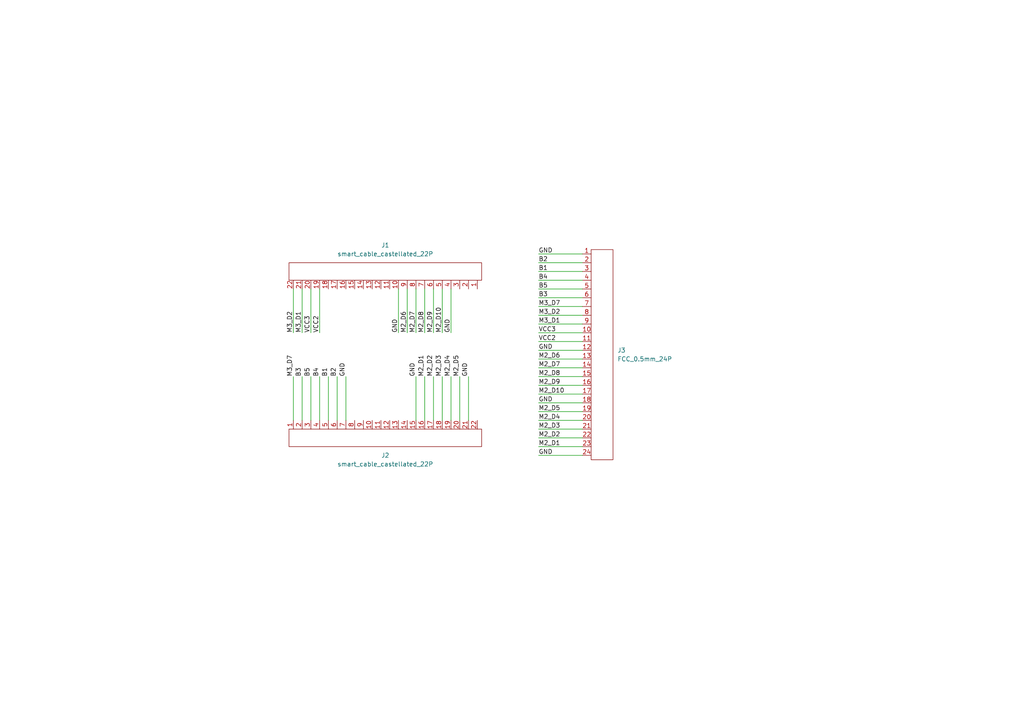
<source format=kicad_sch>
(kicad_sch (version 20211123) (generator eeschema)
  (paper "A4")
  (lib_symbols
    (symbol "connectors:FCC_0.5mm_24P"
      (property "Reference" "J**" (at 36.83 2.54 0))
      (property "Value" "FCC_0.5mm_24P" (at 43.18 6.35 0))
      (symbol "FCC_0.5mm_24P_0_1"
        (rectangle (start -27.94 2.54) (end 33.02 -3.81))
      )
      (symbol "FCC_0.5mm_24P_1_1"
        (pin passive line (at -26.67 5.08 270) (length 2.54) (name "") (number "1"))
        (pin passive line (at -3.81 5.08 270) (length 2.54) (name "") (number "10"))
        (pin passive line (at -1.27 5.08 270) (length 2.54) (name "") (number "11"))
        (pin passive line (at 1.27 5.08 270) (length 2.54) (name "") (number "12"))
        (pin passive line (at 3.81 5.08 270) (length 2.54) (name "") (number "13"))
        (pin passive line (at 6.35 5.08 270) (length 2.54) (name "") (number "14"))
        (pin passive line (at 8.89 5.08 270) (length 2.54) (name "") (number "15"))
        (pin passive line (at 11.43 5.08 270) (length 2.54) (name "") (number "16"))
        (pin passive line (at 13.97 5.08 270) (length 2.54) (name "") (number "17"))
        (pin passive line (at 16.51 5.08 270) (length 2.54) (name "") (number "18"))
        (pin passive line (at 19.05 5.08 270) (length 2.54) (name "") (number "19"))
        (pin passive line (at -24.13 5.08 270) (length 2.54) (name "") (number "2"))
        (pin passive line (at 21.59 5.08 270) (length 2.54) (name "") (number "20"))
        (pin passive line (at 24.13 5.08 270) (length 2.54) (name "") (number "21"))
        (pin passive line (at 26.67 5.08 270) (length 2.54) (name "") (number "22"))
        (pin passive line (at 29.21 5.08 270) (length 2.54) (name "") (number "23"))
        (pin passive line (at 31.75 5.08 270) (length 2.54) (name "") (number "24"))
        (pin passive line (at -21.59 5.08 270) (length 2.54) (name "") (number "3"))
        (pin passive line (at -19.05 5.08 270) (length 2.54) (name "") (number "4"))
        (pin passive line (at -16.51 5.08 270) (length 2.54) (name "") (number "5"))
        (pin passive line (at -13.97 5.08 270) (length 2.54) (name "") (number "6"))
        (pin passive line (at -11.43 5.08 270) (length 2.54) (name "") (number "7"))
        (pin passive line (at -8.89 5.08 270) (length 2.54) (name "") (number "8"))
        (pin passive line (at -6.35 5.08 270) (length 2.54) (name "") (number "9"))
      )
    )
    (symbol "connectors:smart_cable_castellated_22P"
      (property "Reference" "J" (at 15.24 12.7 0))
      (property "Value" "smart_cable_castellated_22P" (at 1.27 16.51 0))
      (symbol "smart_cable_castellated_22P_0_1"
        (rectangle (start -27.94 2.54) (end 27.94 -2.54))
      )
      (symbol "smart_cable_castellated_22P_1_1"
        (pin passive line (at -26.67 5.08 270) (length 2.54) (name "") (number "1"))
        (pin passive line (at -3.81 5.08 270) (length 2.54) (name "") (number "10"))
        (pin passive line (at -1.27 5.08 270) (length 2.54) (name "") (number "11"))
        (pin passive line (at 1.27 5.08 270) (length 2.54) (name "") (number "12"))
        (pin passive line (at 3.81 5.08 270) (length 2.54) (name "") (number "13"))
        (pin passive line (at 6.35 5.08 270) (length 2.54) (name "") (number "14"))
        (pin passive line (at 8.89 5.08 270) (length 2.54) (name "") (number "15"))
        (pin passive line (at 11.43 5.08 270) (length 2.54) (name "") (number "16"))
        (pin passive line (at 13.97 5.08 270) (length 2.54) (name "") (number "17"))
        (pin passive line (at 16.51 5.08 270) (length 2.54) (name "") (number "18"))
        (pin passive line (at 19.05 5.08 270) (length 2.54) (name "") (number "19"))
        (pin passive line (at -24.13 5.08 270) (length 2.54) (name "") (number "2"))
        (pin passive line (at 21.59 5.08 270) (length 2.54) (name "") (number "20"))
        (pin passive line (at 24.13 5.08 270) (length 2.54) (name "") (number "21"))
        (pin passive line (at 26.67 5.08 270) (length 2.54) (name "") (number "22"))
        (pin passive line (at -21.59 5.08 270) (length 2.54) (name "") (number "3"))
        (pin passive line (at -19.05 5.08 270) (length 2.54) (name "") (number "4"))
        (pin passive line (at -16.51 5.08 270) (length 2.54) (name "") (number "5"))
        (pin passive line (at -13.97 5.08 270) (length 2.54) (name "") (number "6"))
        (pin passive line (at -11.43 5.08 270) (length 2.54) (name "") (number "7"))
        (pin passive line (at -8.89 5.08 270) (length 2.54) (name "") (number "8"))
        (pin passive line (at -6.35 5.08 270) (length 2.54) (name "") (number "9"))
      )
    )
  )
  (wire (pts (xy 156.21 88.9) (xy 168.91 88.9)))
  (wire (pts (xy 90.17 83.82) (xy 90.17 96.52)))
  (wire (pts (xy 156.21 104.14) (xy 168.91 104.14)))
  (wire (pts (xy 156.21 116.84) (xy 168.91 116.84)))
  (wire (pts (xy 156.21 101.6) (xy 168.91 101.6)))
  (wire (pts (xy 156.21 111.76) (xy 168.91 111.76)))
  (wire (pts (xy 85.09 109.22) (xy 85.09 121.92)))
  (wire (pts (xy 156.21 132.08) (xy 168.91 132.08)))
  (wire (pts (xy 156.21 73.66) (xy 168.91 73.66)))
  (wire (pts (xy 156.21 78.74) (xy 168.91 78.74)))
  (wire (pts (xy 100.33 109.22) (xy 100.33 121.92)))
  (wire (pts (xy 128.27 83.82) (xy 128.27 96.52)))
  (wire (pts (xy 125.73 83.82) (xy 125.73 96.52)))
  (wire (pts (xy 118.11 83.82) (xy 118.11 96.52)))
  (wire (pts (xy 156.21 81.28) (xy 168.91 81.28)))
  (wire (pts (xy 115.57 83.82) (xy 115.57 96.52)))
  (wire (pts (xy 156.21 86.36) (xy 168.91 86.36)))
  (wire (pts (xy 133.35 109.22) (xy 133.35 121.92)))
  (wire (pts (xy 135.89 109.22) (xy 135.89 121.92)))
  (wire (pts (xy 123.19 83.82) (xy 123.19 96.52)))
  (wire (pts (xy 123.19 109.22) (xy 123.19 121.92)))
  (wire (pts (xy 156.21 121.92) (xy 168.91 121.92)))
  (wire (pts (xy 85.09 83.82) (xy 85.09 96.52)))
  (wire (pts (xy 156.21 127) (xy 168.91 127)))
  (wire (pts (xy 156.21 96.52) (xy 168.91 96.52)))
  (wire (pts (xy 156.21 129.54) (xy 168.91 129.54)))
  (wire (pts (xy 156.21 124.46) (xy 168.91 124.46)))
  (wire (pts (xy 156.21 106.68) (xy 168.91 106.68)))
  (wire (pts (xy 156.21 119.38) (xy 168.91 119.38)))
  (wire (pts (xy 156.21 93.98) (xy 168.91 93.98)))
  (wire (pts (xy 92.71 109.22) (xy 92.71 121.92)))
  (wire (pts (xy 156.21 91.44) (xy 168.91 91.44)))
  (wire (pts (xy 130.81 109.22) (xy 130.81 121.92)))
  (wire (pts (xy 97.79 109.22) (xy 97.79 121.92)))
  (wire (pts (xy 130.81 83.82) (xy 130.81 96.52)))
  (wire (pts (xy 125.73 109.22) (xy 125.73 121.92)))
  (wire (pts (xy 87.63 83.82) (xy 87.63 96.52)))
  (wire (pts (xy 92.71 83.82) (xy 92.71 96.52)))
  (wire (pts (xy 120.65 83.82) (xy 120.65 96.52)))
  (wire (pts (xy 156.21 76.2) (xy 168.91 76.2)))
  (wire (pts (xy 128.27 109.22) (xy 128.27 121.92)))
  (wire (pts (xy 90.17 109.22) (xy 90.17 121.92)))
  (wire (pts (xy 156.21 114.3) (xy 168.91 114.3)))
  (wire (pts (xy 87.63 109.22) (xy 87.63 121.92)))
  (wire (pts (xy 156.21 109.22) (xy 168.91 109.22)))
  (wire (pts (xy 120.65 109.22) (xy 120.65 121.92)))
  (wire (pts (xy 156.21 99.06) (xy 168.91 99.06)))
  (wire (pts (xy 156.21 83.82) (xy 168.91 83.82)))
  (wire (pts (xy 95.25 109.22) (xy 95.25 121.92)))
  (label "GND" (at 130.81 96.52 90))
  (label "M2_D6" (at 118.11 96.52 90))
  (label "M2_D8" (at 123.19 96.52 90))
  (label "M3_D1" (at 87.63 96.52 90))
  (label "VCC2" (at 156.21 99.06 0))
  (label "M3_D7" (at 156.21 88.9 0))
  (label "M3_D7" (at 85.09 109.22 90))
  (label "VCC3" (at 90.17 96.52 90))
  (label "M2_D10" (at 156.21 114.3 0))
  (label "M2_D3" (at 156.21 124.46 0))
  (label "M2_D6" (at 156.21 104.14 0))
  (label "GND" (at 156.21 101.6 0))
  (label "M2_D5" (at 133.35 109.22 90))
  (label "M2_D5" (at 156.21 119.38 0))
  (label "M2_D10" (at 128.27 96.52 90))
  (label "B4" (at 92.71 109.22 90))
  (label "GND" (at 156.21 116.84 0))
  (label "B4" (at 156.21 81.28 0))
  (label "M2_D9" (at 156.21 111.76 0))
  (label "B5" (at 156.21 83.82 0))
  (label "M2_D8" (at 156.21 109.22 0))
  (label "B3" (at 156.21 86.36 0))
  (label "M2_D7" (at 120.65 96.52 90))
  (label "GND" (at 115.57 96.52 90))
  (label "GND" (at 100.33 109.22 90))
  (label "M2_D3" (at 128.27 109.22 90))
  (label "M2_D1" (at 156.21 129.54 0))
  (label "M2_D4" (at 156.21 121.92 0))
  (label "B3" (at 87.63 109.22 90))
  (label "B1" (at 156.21 78.74 0))
  (label "M2_D2" (at 125.73 109.22 90))
  (label "GND" (at 120.65 109.22 90))
  (label "M2_D2" (at 156.21 127 0))
  (label "B2" (at 97.79 109.22 90))
  (label "GND" (at 135.89 109.22 90))
  (label "B1" (at 95.25 109.22 90))
  (label "M3_D2" (at 85.09 96.52 90))
  (label "VCC3" (at 156.21 96.52 0))
  (label "M2_D9" (at 125.73 96.52 90))
  (label "M3_D1" (at 156.21 93.98 0))
  (label "B5" (at 90.17 109.22 90))
  (label "M2_D4" (at 130.81 109.22 90))
  (label "GND" (at 156.21 132.08 0))
  (label "GND" (at 156.21 73.66 0))
  (label "B2" (at 156.21 76.2 0))
  (label "M2_D1" (at 123.19 109.22 90))
  (label "M3_D2" (at 156.21 91.44 0))
  (label "VCC2" (at 92.71 96.52 90))
  (label "M2_D7" (at 156.21 106.68 0))
  (symbol (lib_id "connectors:smart_cable_castellated_22P") (at 111.76 78.74 180) (unit 1)
    (property "Reference" "J1" (at 111.76 71.12 0))
    (property "Value" "smart_cable_castellated_22P" (at 111.76 73.66 0))
    (property "Footprint" "Kicad Libs:smart_cable_castellated_22p" (effects hide))
  )
  (symbol (lib_id "connectors:smart_cable_castellated_22P") (at 111.76 127 0) (unit 1)
    (property "Reference" "J2" (at 111.76 132.08 0))
    (property "Value" "smart_cable_castellated_22P" (at 111.76 134.62 0))
    (property "Footprint" "Kicad Libs:smart_cable_castellated_22p" (effects hide))
  )
  (symbol (lib_id "connectors:FCC_0.5mm_24P") (at 173.99 100.33 90) (mirror x) (unit 1)
    (property "Reference" "J3" (at 179.07 101.5999 90) (effects (justify right)))
    (property "Value" "FCC_0.5mm_24P" (at 179.07 104.1399 90) (effects (justify right)))
    (property "Footprint" "Kicad Libs:FCC 0.5mm 24P" (effects hide))
  )
)
</source>
